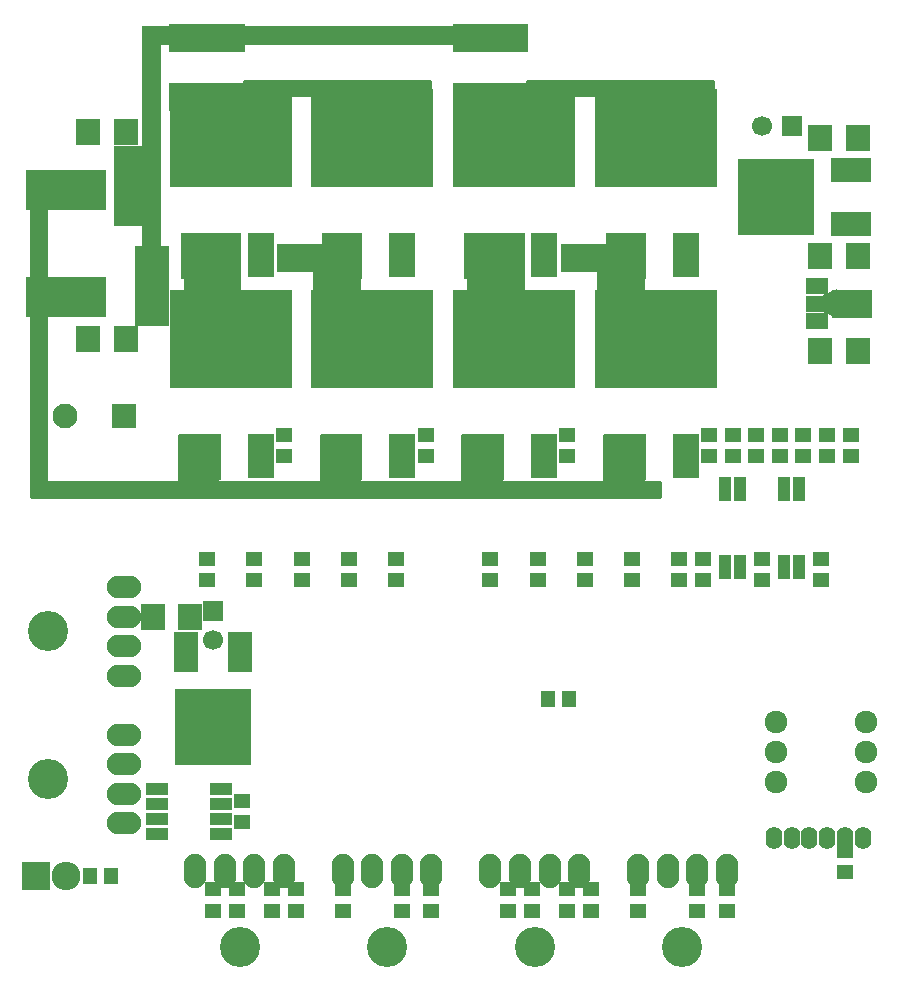
<source format=gbr>
G04 #@! TF.FileFunction,Soldermask,Bot*
%FSLAX46Y46*%
G04 Gerber Fmt 4.6, Leading zero omitted, Abs format (unit mm)*
G04 Created by KiCad (PCBNEW 4.0.6) date 05/01/17 21:21:32*
%MOMM*%
%LPD*%
G01*
G04 APERTURE LIST*
%ADD10C,0.100000*%
%ADD11C,1.700000*%
%ADD12R,1.700000X1.700000*%
%ADD13O,1.900000X2.900000*%
%ADD14C,3.400000*%
%ADD15O,2.900000X1.900000*%
%ADD16C,2.100000*%
%ADD17R,2.100000X2.100000*%
%ADD18R,1.950000X1.000000*%
%ADD19R,1.400000X1.200000*%
%ADD20R,3.448000X2.051000*%
%ADD21R,6.496000X6.496000*%
%ADD22R,2.432000X2.432000*%
%ADD23O,2.432000X2.432000*%
%ADD24R,2.000000X2.200000*%
%ADD25R,1.200000X1.400000*%
%ADD26O,1.400000X1.924000*%
%ADD27C,1.924000*%
%ADD28R,3.400000X6.900000*%
%ADD29R,6.851600X3.400000*%
%ADD30R,2.051000X3.448000*%
%ADD31R,1.901140X1.400760*%
%ADD32R,3.399740X2.398980*%
%ADD33R,3.400000X2.400000*%
%ADD34R,2.900000X6.900000*%
%ADD35R,2.400000X5.900000*%
%ADD36R,5.900000X2.400000*%
%ADD37R,2.200000X3.700000*%
%ADD38R,3.400000X3.900000*%
%ADD39R,10.400000X8.400000*%
%ADD40R,1.050000X2.100000*%
%ADD41C,0.026000*%
%ADD42C,0.254000*%
G04 APERTURE END LIST*
D10*
D11*
X63000000Y-9000000D03*
D12*
X65500000Y-9000000D03*
D13*
X52500000Y-72000000D03*
X55000000Y-72000000D03*
X57500000Y-72000000D03*
X60000000Y-72000000D03*
D14*
X56250000Y-78500000D03*
D13*
X15000000Y-72000000D03*
X17500000Y-72000000D03*
X20000000Y-72000000D03*
X22500000Y-72000000D03*
D14*
X18750000Y-78500000D03*
D15*
X9000000Y-60500000D03*
X9000000Y-63000000D03*
X9000000Y-65500000D03*
X9000000Y-68000000D03*
D14*
X2500000Y-64250000D03*
D16*
X4000000Y-33500000D03*
D17*
X9000000Y-33500000D03*
D18*
X17200000Y-65095000D03*
X17200000Y-66365000D03*
X17200000Y-67635000D03*
X17200000Y-68905000D03*
X11800000Y-68905000D03*
X11800000Y-67635000D03*
X11800000Y-66365000D03*
X11800000Y-65095000D03*
D19*
X20000000Y-47400000D03*
X20000000Y-45600000D03*
D20*
X70500000Y-12714000D03*
D21*
X64150000Y-15000000D03*
D20*
X70500000Y-17286000D03*
D11*
X16500000Y-52500000D03*
D12*
X16500000Y-50000000D03*
D22*
X1500000Y-72500000D03*
D23*
X4040000Y-72500000D03*
D24*
X71100000Y-10000000D03*
X67900000Y-10000000D03*
X71100000Y-20000000D03*
X67900000Y-20000000D03*
D19*
X28000000Y-45600000D03*
X28000000Y-47400000D03*
X52000000Y-45600000D03*
X52000000Y-47400000D03*
X40000000Y-45600000D03*
X40000000Y-47400000D03*
X70000000Y-70350000D03*
X70000000Y-72150000D03*
D25*
X46650000Y-57500000D03*
X44850000Y-57500000D03*
D19*
X32000000Y-47400000D03*
X32000000Y-45600000D03*
X56000000Y-47400000D03*
X56000000Y-45600000D03*
X44000000Y-47400000D03*
X44000000Y-45600000D03*
D25*
X7900000Y-72500000D03*
X6100000Y-72500000D03*
D19*
X34500000Y-35100000D03*
X34500000Y-36900000D03*
X22500000Y-35100000D03*
X22500000Y-36900000D03*
X58500000Y-35100000D03*
X58500000Y-36900000D03*
X46500000Y-35100000D03*
X46500000Y-36900000D03*
X19000000Y-66100000D03*
X19000000Y-67900000D03*
X48000000Y-45600000D03*
X48000000Y-47400000D03*
X32500000Y-75400000D03*
X32500000Y-73600000D03*
X35000000Y-75400000D03*
X35000000Y-73600000D03*
X57500000Y-75400000D03*
X57500000Y-73600000D03*
X60000000Y-75400000D03*
X60000000Y-73600000D03*
X16000000Y-45600000D03*
X16000000Y-47400000D03*
X24000000Y-45600000D03*
X24000000Y-47400000D03*
D26*
X71500000Y-69250000D03*
X70000000Y-69250000D03*
X68500000Y-69250000D03*
X67000000Y-69250000D03*
X65500000Y-69250000D03*
X64000000Y-69250000D03*
D27*
X71810000Y-64540000D03*
X71810000Y-62000000D03*
X71810000Y-59460000D03*
X64190000Y-59460000D03*
X64190000Y-62000000D03*
X64190000Y-64540000D03*
D15*
X9000000Y-48000000D03*
X9000000Y-50500000D03*
X9000000Y-53000000D03*
X9000000Y-55500000D03*
D14*
X2500000Y-51750000D03*
D28*
X9800000Y-14000000D03*
D29*
X4100000Y-14400000D03*
D30*
X14214000Y-53500000D03*
D21*
X16500000Y-59850000D03*
D30*
X18786000Y-53500000D03*
D13*
X27500000Y-72000000D03*
X30000000Y-72000000D03*
X32500000Y-72000000D03*
X35000000Y-72000000D03*
D14*
X31250000Y-78500000D03*
D24*
X11400000Y-50500000D03*
X14600000Y-50500000D03*
D19*
X63000000Y-45600000D03*
X63000000Y-47400000D03*
D24*
X71100000Y-28000000D03*
X67900000Y-28000000D03*
D13*
X40000000Y-72000000D03*
X42500000Y-72000000D03*
X45000000Y-72000000D03*
X47500000Y-72000000D03*
D14*
X43750000Y-78500000D03*
D19*
X60500000Y-35100000D03*
X60500000Y-36900000D03*
X64500000Y-36900000D03*
X64500000Y-35100000D03*
D31*
X67648340Y-25501140D03*
X67648340Y-24000000D03*
X67648340Y-22498860D03*
D32*
X70599820Y-24000000D03*
D10*
G36*
X68176050Y-23299620D02*
X69325350Y-22799240D01*
X69325350Y-25200760D01*
X68176050Y-24700380D01*
X68176050Y-23299620D01*
X68176050Y-23299620D01*
G37*
D19*
X18500000Y-73600000D03*
X18500000Y-75400000D03*
X23500000Y-73600000D03*
X23500000Y-75400000D03*
X43500000Y-73600000D03*
X43500000Y-75400000D03*
X48500000Y-73600000D03*
X48500000Y-75400000D03*
X27500000Y-73600000D03*
X27500000Y-75400000D03*
X52500000Y-73600000D03*
X52500000Y-75400000D03*
X16500000Y-75400000D03*
X16500000Y-73600000D03*
X21500000Y-75400000D03*
X21500000Y-73600000D03*
X41500000Y-75400000D03*
X41500000Y-73600000D03*
X46500000Y-75400000D03*
X46500000Y-73600000D03*
D33*
X38500000Y-1500000D03*
X38500000Y-6500000D03*
X14500000Y-1500000D03*
X14500000Y-6500000D03*
X41500000Y-1500000D03*
X41500000Y-6500000D03*
X17500000Y-1500000D03*
X17500000Y-6500000D03*
D34*
X11300000Y-22500000D03*
D29*
X4100000Y-23400000D03*
D24*
X9100000Y-27000000D03*
X5900000Y-27000000D03*
X9100000Y-9500000D03*
X5900000Y-9500000D03*
D35*
X41700000Y-21000000D03*
D36*
X48900000Y-20100000D03*
D35*
X17700000Y-21000000D03*
D36*
X24900000Y-20100000D03*
D19*
X70500000Y-36900000D03*
X70500000Y-35100000D03*
X68500000Y-36900000D03*
X68500000Y-35100000D03*
X66500000Y-36900000D03*
X66500000Y-35100000D03*
D37*
X20540000Y-19900000D03*
D38*
X15460000Y-20000000D03*
D39*
X18000000Y-10000000D03*
D37*
X32540000Y-19900000D03*
D38*
X27460000Y-20000000D03*
D39*
X30000000Y-10000000D03*
D37*
X44540000Y-19900000D03*
D38*
X39460000Y-20000000D03*
D39*
X42000000Y-10000000D03*
D37*
X56540000Y-19900000D03*
D38*
X51460000Y-20000000D03*
D39*
X54000000Y-10000000D03*
D37*
X20540000Y-36900000D03*
D38*
X15460000Y-37000000D03*
D39*
X18000000Y-27000000D03*
D37*
X32540000Y-36900000D03*
D38*
X27460000Y-37000000D03*
D39*
X30000000Y-27000000D03*
D37*
X44540000Y-36900000D03*
D38*
X39460000Y-37000000D03*
D39*
X42000000Y-27000000D03*
D37*
X56540000Y-36900000D03*
D38*
X51460000Y-37000000D03*
D39*
X54000000Y-27000000D03*
D19*
X58000000Y-47400000D03*
X58000000Y-45600000D03*
X68000000Y-47400000D03*
X68000000Y-45600000D03*
X62500000Y-35100000D03*
X62500000Y-36900000D03*
D40*
X64865000Y-39700000D03*
X66135000Y-39700000D03*
X66135000Y-46300000D03*
X64865000Y-46300000D03*
X61135000Y-46300000D03*
X59865000Y-46300000D03*
X59865000Y-39700000D03*
X61135000Y-39700000D03*
D41*
G36*
X42987000Y-1987000D02*
X12000000Y-1987000D01*
X11994942Y-1988024D01*
X11990681Y-1990935D01*
X11987889Y-1995275D01*
X11987000Y-2000000D01*
X11987000Y-20987000D01*
X10513000Y-20987000D01*
X10513000Y-513000D01*
X42987000Y-513000D01*
X42987000Y-1987000D01*
X42987000Y-1987000D01*
G37*
X42987000Y-1987000D02*
X12000000Y-1987000D01*
X11994942Y-1988024D01*
X11990681Y-1990935D01*
X11987889Y-1995275D01*
X11987000Y-2000000D01*
X11987000Y-20987000D01*
X10513000Y-20987000D01*
X10513000Y-513000D01*
X42987000Y-513000D01*
X42987000Y-1987000D01*
D42*
G36*
X2373000Y-39000000D02*
X2383006Y-39049410D01*
X2411447Y-39091035D01*
X2453841Y-39118315D01*
X2500000Y-39127000D01*
X13500000Y-39127000D01*
X13549410Y-39116994D01*
X13591035Y-39088553D01*
X13618315Y-39046159D01*
X13627000Y-39000000D01*
X13627000Y-35127000D01*
X16873000Y-35127000D01*
X16873000Y-39000000D01*
X16883006Y-39049410D01*
X16911447Y-39091035D01*
X16953841Y-39118315D01*
X17000000Y-39127000D01*
X25500000Y-39127000D01*
X25549410Y-39116994D01*
X25591035Y-39088553D01*
X25618315Y-39046159D01*
X25627000Y-39000000D01*
X25627000Y-35127000D01*
X28873000Y-35127000D01*
X28873000Y-39000000D01*
X28883006Y-39049410D01*
X28911447Y-39091035D01*
X28953841Y-39118315D01*
X29000000Y-39127000D01*
X37500000Y-39127000D01*
X37549410Y-39116994D01*
X37591035Y-39088553D01*
X37618315Y-39046159D01*
X37627000Y-39000000D01*
X37627000Y-35127000D01*
X40873000Y-35127000D01*
X40873000Y-39000000D01*
X40883006Y-39049410D01*
X40911447Y-39091035D01*
X40953841Y-39118315D01*
X41000000Y-39127000D01*
X49500000Y-39127000D01*
X49549410Y-39116994D01*
X49591035Y-39088553D01*
X49618315Y-39046159D01*
X49627000Y-39000000D01*
X49627000Y-35127000D01*
X52873000Y-35127000D01*
X52873000Y-39000000D01*
X52883006Y-39049410D01*
X52911447Y-39091035D01*
X52953841Y-39118315D01*
X53000000Y-39127000D01*
X54373000Y-39127000D01*
X54373000Y-40373000D01*
X1127000Y-40373000D01*
X1127000Y-14627000D01*
X2373000Y-14627000D01*
X2373000Y-39000000D01*
X2373000Y-39000000D01*
G37*
X2373000Y-39000000D02*
X2383006Y-39049410D01*
X2411447Y-39091035D01*
X2453841Y-39118315D01*
X2500000Y-39127000D01*
X13500000Y-39127000D01*
X13549410Y-39116994D01*
X13591035Y-39088553D01*
X13618315Y-39046159D01*
X13627000Y-39000000D01*
X13627000Y-35127000D01*
X16873000Y-35127000D01*
X16873000Y-39000000D01*
X16883006Y-39049410D01*
X16911447Y-39091035D01*
X16953841Y-39118315D01*
X17000000Y-39127000D01*
X25500000Y-39127000D01*
X25549410Y-39116994D01*
X25591035Y-39088553D01*
X25618315Y-39046159D01*
X25627000Y-39000000D01*
X25627000Y-35127000D01*
X28873000Y-35127000D01*
X28873000Y-39000000D01*
X28883006Y-39049410D01*
X28911447Y-39091035D01*
X28953841Y-39118315D01*
X29000000Y-39127000D01*
X37500000Y-39127000D01*
X37549410Y-39116994D01*
X37591035Y-39088553D01*
X37618315Y-39046159D01*
X37627000Y-39000000D01*
X37627000Y-35127000D01*
X40873000Y-35127000D01*
X40873000Y-39000000D01*
X40883006Y-39049410D01*
X40911447Y-39091035D01*
X40953841Y-39118315D01*
X41000000Y-39127000D01*
X49500000Y-39127000D01*
X49549410Y-39116994D01*
X49591035Y-39088553D01*
X49618315Y-39046159D01*
X49627000Y-39000000D01*
X49627000Y-35127000D01*
X52873000Y-35127000D01*
X52873000Y-39000000D01*
X52883006Y-39049410D01*
X52911447Y-39091035D01*
X52953841Y-39118315D01*
X53000000Y-39127000D01*
X54373000Y-39127000D01*
X54373000Y-40373000D01*
X1127000Y-40373000D01*
X1127000Y-14627000D01*
X2373000Y-14627000D01*
X2373000Y-39000000D01*
D41*
G36*
X16987000Y-22987000D02*
X14013000Y-22987000D01*
X14013000Y-21513000D01*
X16987000Y-21513000D01*
X16987000Y-22987000D01*
X16987000Y-22987000D01*
G37*
X16987000Y-22987000D02*
X14013000Y-22987000D01*
X14013000Y-21513000D01*
X16987000Y-21513000D01*
X16987000Y-22987000D01*
G36*
X28987000Y-22987000D02*
X25013000Y-22987000D01*
X25013000Y-21013000D01*
X28987000Y-21013000D01*
X28987000Y-22987000D01*
X28987000Y-22987000D01*
G37*
X28987000Y-22987000D02*
X25013000Y-22987000D01*
X25013000Y-21013000D01*
X28987000Y-21013000D01*
X28987000Y-22987000D01*
G36*
X40987000Y-22987000D02*
X38013000Y-22987000D01*
X38013000Y-21513000D01*
X40987000Y-21513000D01*
X40987000Y-22987000D01*
X40987000Y-22987000D01*
G37*
X40987000Y-22987000D02*
X38013000Y-22987000D01*
X38013000Y-21513000D01*
X40987000Y-21513000D01*
X40987000Y-22987000D01*
G36*
X52987000Y-22987000D02*
X49013000Y-22987000D01*
X49013000Y-21013000D01*
X52987000Y-21013000D01*
X52987000Y-22987000D01*
X52987000Y-22987000D01*
G37*
X52987000Y-22987000D02*
X49013000Y-22987000D01*
X49013000Y-21013000D01*
X52987000Y-21013000D01*
X52987000Y-22987000D01*
D42*
G36*
X34873000Y-6373000D02*
X19127000Y-6373000D01*
X19127000Y-5127000D01*
X34873000Y-5127000D01*
X34873000Y-6373000D01*
X34873000Y-6373000D01*
G37*
X34873000Y-6373000D02*
X19127000Y-6373000D01*
X19127000Y-5127000D01*
X34873000Y-5127000D01*
X34873000Y-6373000D01*
G36*
X58873000Y-6373000D02*
X43127000Y-6373000D01*
X43127000Y-5127000D01*
X58873000Y-5127000D01*
X58873000Y-6373000D01*
X58873000Y-6373000D01*
G37*
X58873000Y-6373000D02*
X43127000Y-6373000D01*
X43127000Y-5127000D01*
X58873000Y-5127000D01*
X58873000Y-6373000D01*
M02*

</source>
